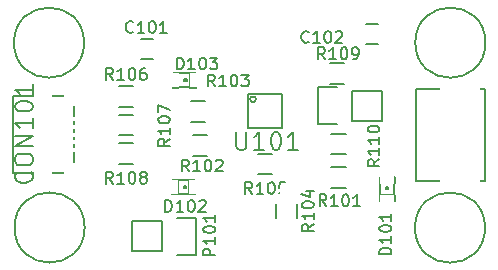
<source format=gto>
G04 #@! TF.FileFunction,Legend,Top*
%FSLAX46Y46*%
G04 Gerber Fmt 4.6, Leading zero omitted, Abs format (unit mm)*
G04 Created by KiCad (PCBNEW (2015-01-29 BZR 5396)-product) date 3/24/2015 8:40:59 PM*
%MOMM*%
G01*
G04 APERTURE LIST*
%ADD10C,0.100000*%
%ADD11C,0.150000*%
%ADD12R,1.500000X1.250000*%
%ADD13R,1.198880X1.198880*%
%ADD14R,2.032000X2.032000*%
%ADD15O,2.032000X2.032000*%
%ADD16R,2.600000X0.500000*%
%ADD17R,3.400000X1.500000*%
%ADD18R,1.500000X1.300000*%
%ADD19R,1.300000X1.500000*%
%ADD20R,0.950000X0.330000*%
%ADD21C,5.500000*%
%ADD22O,1.600000X1.600000*%
%ADD23R,1.350000X0.400000*%
%ADD24R,1.400000X1.600000*%
G04 APERTURE END LIST*
D10*
D11*
X89110000Y-77550000D02*
X90110000Y-77550000D01*
X90110000Y-75850000D02*
X89110000Y-75850000D01*
X109210000Y-74570000D02*
X108210000Y-74570000D01*
X108210000Y-76270000D02*
X109210000Y-76270000D01*
X93227840Y-88649720D02*
X93227840Y-88974840D01*
X93227840Y-88974840D02*
X93728220Y-88974840D01*
X93728220Y-88649720D02*
X93728220Y-88974840D01*
X93227840Y-88649720D02*
X93728220Y-88649720D01*
X93227840Y-88027420D02*
X93227840Y-88177280D01*
X93227840Y-88177280D02*
X93479300Y-88177280D01*
X93479300Y-88027420D02*
X93479300Y-88177280D01*
X93227840Y-88027420D02*
X93479300Y-88027420D01*
X93227840Y-88522720D02*
X93227840Y-88672580D01*
X93227840Y-88672580D02*
X93479300Y-88672580D01*
X93479300Y-88522720D02*
X93479300Y-88672580D01*
X93227840Y-88522720D02*
X93479300Y-88522720D01*
X93227840Y-88151880D02*
X93227840Y-88548120D01*
X93227840Y-88548120D02*
X93403100Y-88548120D01*
X93403100Y-88151880D02*
X93403100Y-88548120D01*
X93227840Y-88151880D02*
X93403100Y-88151880D01*
X91731780Y-88649720D02*
X91731780Y-88974840D01*
X91731780Y-88974840D02*
X92232160Y-88974840D01*
X92232160Y-88649720D02*
X92232160Y-88974840D01*
X91731780Y-88649720D02*
X92232160Y-88649720D01*
X91731780Y-87725160D02*
X91731780Y-88050280D01*
X91731780Y-88050280D02*
X92232160Y-88050280D01*
X92232160Y-87725160D02*
X92232160Y-88050280D01*
X91731780Y-87725160D02*
X92232160Y-87725160D01*
X91980700Y-88522720D02*
X91980700Y-88672580D01*
X91980700Y-88672580D02*
X92232160Y-88672580D01*
X92232160Y-88522720D02*
X92232160Y-88672580D01*
X91980700Y-88522720D02*
X92232160Y-88522720D01*
X91980700Y-88027420D02*
X91980700Y-88177280D01*
X91980700Y-88177280D02*
X92232160Y-88177280D01*
X92232160Y-88027420D02*
X92232160Y-88177280D01*
X91980700Y-88027420D02*
X92232160Y-88027420D01*
X92056900Y-88151880D02*
X92056900Y-88548120D01*
X92056900Y-88548120D02*
X92232160Y-88548120D01*
X92232160Y-88151880D02*
X92232160Y-88548120D01*
X92056900Y-88151880D02*
X92232160Y-88151880D01*
X92730000Y-88250940D02*
X92730000Y-88449060D01*
X92730000Y-88449060D02*
X92928120Y-88449060D01*
X92928120Y-88250940D02*
X92928120Y-88449060D01*
X92730000Y-88250940D02*
X92928120Y-88250940D01*
X93227840Y-87750560D02*
X93227840Y-88050280D01*
X93227840Y-88050280D02*
X93527560Y-88050280D01*
X93527560Y-87750560D02*
X93527560Y-88050280D01*
X93227840Y-87750560D02*
X93527560Y-87750560D01*
X93654560Y-87725160D02*
X93654560Y-87951220D01*
X93654560Y-87951220D02*
X93728220Y-87951220D01*
X93728220Y-87725160D02*
X93728220Y-87951220D01*
X93654560Y-87725160D02*
X93728220Y-87725160D01*
X93253240Y-88924040D02*
X92206760Y-88924040D01*
X92232160Y-87775960D02*
X93654560Y-87775960D01*
X93650202Y-87900420D02*
G75*
G03X93650202Y-87900420I-71842J0D01*
G01*
X93728220Y-88002020D02*
G75*
G03X93728220Y-88697980I0J-347980D01*
G01*
X91731780Y-88697980D02*
G75*
G03X91731780Y-88002020I0J347980D01*
G01*
X93287840Y-79619720D02*
X93287840Y-79944840D01*
X93287840Y-79944840D02*
X93788220Y-79944840D01*
X93788220Y-79619720D02*
X93788220Y-79944840D01*
X93287840Y-79619720D02*
X93788220Y-79619720D01*
X93287840Y-78997420D02*
X93287840Y-79147280D01*
X93287840Y-79147280D02*
X93539300Y-79147280D01*
X93539300Y-78997420D02*
X93539300Y-79147280D01*
X93287840Y-78997420D02*
X93539300Y-78997420D01*
X93287840Y-79492720D02*
X93287840Y-79642580D01*
X93287840Y-79642580D02*
X93539300Y-79642580D01*
X93539300Y-79492720D02*
X93539300Y-79642580D01*
X93287840Y-79492720D02*
X93539300Y-79492720D01*
X93287840Y-79121880D02*
X93287840Y-79518120D01*
X93287840Y-79518120D02*
X93463100Y-79518120D01*
X93463100Y-79121880D02*
X93463100Y-79518120D01*
X93287840Y-79121880D02*
X93463100Y-79121880D01*
X91791780Y-79619720D02*
X91791780Y-79944840D01*
X91791780Y-79944840D02*
X92292160Y-79944840D01*
X92292160Y-79619720D02*
X92292160Y-79944840D01*
X91791780Y-79619720D02*
X92292160Y-79619720D01*
X91791780Y-78695160D02*
X91791780Y-79020280D01*
X91791780Y-79020280D02*
X92292160Y-79020280D01*
X92292160Y-78695160D02*
X92292160Y-79020280D01*
X91791780Y-78695160D02*
X92292160Y-78695160D01*
X92040700Y-79492720D02*
X92040700Y-79642580D01*
X92040700Y-79642580D02*
X92292160Y-79642580D01*
X92292160Y-79492720D02*
X92292160Y-79642580D01*
X92040700Y-79492720D02*
X92292160Y-79492720D01*
X92040700Y-78997420D02*
X92040700Y-79147280D01*
X92040700Y-79147280D02*
X92292160Y-79147280D01*
X92292160Y-78997420D02*
X92292160Y-79147280D01*
X92040700Y-78997420D02*
X92292160Y-78997420D01*
X92116900Y-79121880D02*
X92116900Y-79518120D01*
X92116900Y-79518120D02*
X92292160Y-79518120D01*
X92292160Y-79121880D02*
X92292160Y-79518120D01*
X92116900Y-79121880D02*
X92292160Y-79121880D01*
X92790000Y-79220940D02*
X92790000Y-79419060D01*
X92790000Y-79419060D02*
X92988120Y-79419060D01*
X92988120Y-79220940D02*
X92988120Y-79419060D01*
X92790000Y-79220940D02*
X92988120Y-79220940D01*
X93287840Y-78720560D02*
X93287840Y-79020280D01*
X93287840Y-79020280D02*
X93587560Y-79020280D01*
X93587560Y-78720560D02*
X93587560Y-79020280D01*
X93287840Y-78720560D02*
X93587560Y-78720560D01*
X93714560Y-78695160D02*
X93714560Y-78921220D01*
X93714560Y-78921220D02*
X93788220Y-78921220D01*
X93788220Y-78695160D02*
X93788220Y-78921220D01*
X93714560Y-78695160D02*
X93788220Y-78695160D01*
X93313240Y-79894040D02*
X92266760Y-79894040D01*
X92292160Y-78745960D02*
X93714560Y-78745960D01*
X93710202Y-78870420D02*
G75*
G03X93710202Y-78870420I-71842J0D01*
G01*
X93788220Y-78972020D02*
G75*
G03X93788220Y-79667980I0J-347980D01*
G01*
X91791780Y-79667980D02*
G75*
G03X91791780Y-78972020I0J347980D01*
G01*
X90920000Y-93810000D02*
X88380000Y-93810000D01*
X93740000Y-94090000D02*
X92190000Y-94090000D01*
X90920000Y-93810000D02*
X90920000Y-91270000D01*
X92190000Y-90990000D02*
X93740000Y-90990000D01*
X93740000Y-90990000D02*
X93740000Y-94090000D01*
X90920000Y-91270000D02*
X88380000Y-91270000D01*
X88380000Y-91270000D02*
X88380000Y-93810000D01*
X112440000Y-87842500D02*
X112440000Y-80092500D01*
X112440000Y-80092500D02*
X118290000Y-80092500D01*
X118290000Y-80092500D02*
X118290000Y-87842500D01*
X118290000Y-87842500D02*
X112440000Y-87842500D01*
X106440000Y-88435000D02*
X105240000Y-88435000D01*
X105240000Y-86685000D02*
X106440000Y-86685000D01*
X93500000Y-83965000D02*
X94700000Y-83965000D01*
X94700000Y-85715000D02*
X93500000Y-85715000D01*
X93380000Y-81115000D02*
X94580000Y-81115000D01*
X94580000Y-82865000D02*
X93380000Y-82865000D01*
X102335000Y-89810000D02*
X102335000Y-91010000D01*
X100585000Y-91010000D02*
X100585000Y-89810000D01*
X99050000Y-85525000D02*
X100250000Y-85525000D01*
X100250000Y-87275000D02*
X99050000Y-87275000D01*
X87240000Y-79815000D02*
X88440000Y-79815000D01*
X88440000Y-81565000D02*
X87240000Y-81565000D01*
X87220000Y-82245000D02*
X88420000Y-82245000D01*
X88420000Y-83995000D02*
X87220000Y-83995000D01*
X87270000Y-84645000D02*
X88470000Y-84645000D01*
X88470000Y-86395000D02*
X87270000Y-86395000D01*
X98849131Y-80925000D02*
G75*
G03X98849131Y-80925000I-244131J0D01*
G01*
X98220000Y-80510000D02*
X98220000Y-83360000D01*
X98220000Y-83360000D02*
X101070000Y-83360000D01*
X101070000Y-83360000D02*
X101070000Y-80510000D01*
X101070000Y-80510000D02*
X98220000Y-80510000D01*
X110269720Y-88042160D02*
X110594840Y-88042160D01*
X110594840Y-88042160D02*
X110594840Y-87541780D01*
X110269720Y-87541780D02*
X110594840Y-87541780D01*
X110269720Y-88042160D02*
X110269720Y-87541780D01*
X109647420Y-88042160D02*
X109797280Y-88042160D01*
X109797280Y-88042160D02*
X109797280Y-87790700D01*
X109647420Y-87790700D02*
X109797280Y-87790700D01*
X109647420Y-88042160D02*
X109647420Y-87790700D01*
X110142720Y-88042160D02*
X110292580Y-88042160D01*
X110292580Y-88042160D02*
X110292580Y-87790700D01*
X110142720Y-87790700D02*
X110292580Y-87790700D01*
X110142720Y-88042160D02*
X110142720Y-87790700D01*
X109771880Y-88042160D02*
X110168120Y-88042160D01*
X110168120Y-88042160D02*
X110168120Y-87866900D01*
X109771880Y-87866900D02*
X110168120Y-87866900D01*
X109771880Y-88042160D02*
X109771880Y-87866900D01*
X110269720Y-89538220D02*
X110594840Y-89538220D01*
X110594840Y-89538220D02*
X110594840Y-89037840D01*
X110269720Y-89037840D02*
X110594840Y-89037840D01*
X110269720Y-89538220D02*
X110269720Y-89037840D01*
X109345160Y-89538220D02*
X109670280Y-89538220D01*
X109670280Y-89538220D02*
X109670280Y-89037840D01*
X109345160Y-89037840D02*
X109670280Y-89037840D01*
X109345160Y-89538220D02*
X109345160Y-89037840D01*
X110142720Y-89289300D02*
X110292580Y-89289300D01*
X110292580Y-89289300D02*
X110292580Y-89037840D01*
X110142720Y-89037840D02*
X110292580Y-89037840D01*
X110142720Y-89289300D02*
X110142720Y-89037840D01*
X109647420Y-89289300D02*
X109797280Y-89289300D01*
X109797280Y-89289300D02*
X109797280Y-89037840D01*
X109647420Y-89037840D02*
X109797280Y-89037840D01*
X109647420Y-89289300D02*
X109647420Y-89037840D01*
X109771880Y-89213100D02*
X110168120Y-89213100D01*
X110168120Y-89213100D02*
X110168120Y-89037840D01*
X109771880Y-89037840D02*
X110168120Y-89037840D01*
X109771880Y-89213100D02*
X109771880Y-89037840D01*
X109870940Y-88540000D02*
X110069060Y-88540000D01*
X110069060Y-88540000D02*
X110069060Y-88341880D01*
X109870940Y-88341880D02*
X110069060Y-88341880D01*
X109870940Y-88540000D02*
X109870940Y-88341880D01*
X109370560Y-88042160D02*
X109670280Y-88042160D01*
X109670280Y-88042160D02*
X109670280Y-87742440D01*
X109370560Y-87742440D02*
X109670280Y-87742440D01*
X109370560Y-88042160D02*
X109370560Y-87742440D01*
X109345160Y-87615440D02*
X109571220Y-87615440D01*
X109571220Y-87615440D02*
X109571220Y-87541780D01*
X109345160Y-87541780D02*
X109571220Y-87541780D01*
X109345160Y-87615440D02*
X109345160Y-87541780D01*
X110544040Y-88016760D02*
X110544040Y-89063240D01*
X109395960Y-89037840D02*
X109395960Y-87615440D01*
X109592262Y-87691640D02*
G75*
G03X109592262Y-87691640I-71842J0D01*
G01*
X109622020Y-87541780D02*
G75*
G03X110317980Y-87541780I347980J0D01*
G01*
X110317980Y-89538220D02*
G75*
G03X109622020Y-89538220I-347980J0D01*
G01*
X118284848Y-76135000D02*
G75*
G03X118284848Y-76135000I-2969848J0D01*
G01*
X118254848Y-91795000D02*
G75*
G03X118254848Y-91795000I-2969848J0D01*
G01*
X84304848Y-76135000D02*
G75*
G03X84304848Y-76135000I-2969848J0D01*
G01*
X84354848Y-91785000D02*
G75*
G03X84354848Y-91785000I-2969848J0D01*
G01*
X106300000Y-79615000D02*
X105100000Y-79615000D01*
X105100000Y-77865000D02*
X106300000Y-77865000D01*
X106440000Y-85585000D02*
X105240000Y-85585000D01*
X105240000Y-83835000D02*
X106440000Y-83835000D01*
X106960000Y-80190000D02*
X109500000Y-80190000D01*
X104140000Y-79910000D02*
X105690000Y-79910000D01*
X106960000Y-80190000D02*
X106960000Y-82730000D01*
X105690000Y-83010000D02*
X104140000Y-83010000D01*
X104140000Y-83010000D02*
X104140000Y-79910000D01*
X106960000Y-82730000D02*
X109500000Y-82730000D01*
X109500000Y-82730000D02*
X109500000Y-80190000D01*
X83465000Y-80690000D02*
X83465000Y-87140000D01*
X83465000Y-87140000D02*
X78265000Y-87140000D01*
X78265000Y-87140000D02*
X78265000Y-80690000D01*
X78265000Y-80690000D02*
X83465000Y-80690000D01*
X88450953Y-75227143D02*
X88403334Y-75274762D01*
X88260477Y-75322381D01*
X88165239Y-75322381D01*
X88022381Y-75274762D01*
X87927143Y-75179524D01*
X87879524Y-75084286D01*
X87831905Y-74893810D01*
X87831905Y-74750952D01*
X87879524Y-74560476D01*
X87927143Y-74465238D01*
X88022381Y-74370000D01*
X88165239Y-74322381D01*
X88260477Y-74322381D01*
X88403334Y-74370000D01*
X88450953Y-74417619D01*
X89403334Y-75322381D02*
X88831905Y-75322381D01*
X89117619Y-75322381D02*
X89117619Y-74322381D01*
X89022381Y-74465238D01*
X88927143Y-74560476D01*
X88831905Y-74608095D01*
X90022381Y-74322381D02*
X90117620Y-74322381D01*
X90212858Y-74370000D01*
X90260477Y-74417619D01*
X90308096Y-74512857D01*
X90355715Y-74703333D01*
X90355715Y-74941429D01*
X90308096Y-75131905D01*
X90260477Y-75227143D01*
X90212858Y-75274762D01*
X90117620Y-75322381D01*
X90022381Y-75322381D01*
X89927143Y-75274762D01*
X89879524Y-75227143D01*
X89831905Y-75131905D01*
X89784286Y-74941429D01*
X89784286Y-74703333D01*
X89831905Y-74512857D01*
X89879524Y-74417619D01*
X89927143Y-74370000D01*
X90022381Y-74322381D01*
X91308096Y-75322381D02*
X90736667Y-75322381D01*
X91022381Y-75322381D02*
X91022381Y-74322381D01*
X90927143Y-74465238D01*
X90831905Y-74560476D01*
X90736667Y-74608095D01*
X103320953Y-76057143D02*
X103273334Y-76104762D01*
X103130477Y-76152381D01*
X103035239Y-76152381D01*
X102892381Y-76104762D01*
X102797143Y-76009524D01*
X102749524Y-75914286D01*
X102701905Y-75723810D01*
X102701905Y-75580952D01*
X102749524Y-75390476D01*
X102797143Y-75295238D01*
X102892381Y-75200000D01*
X103035239Y-75152381D01*
X103130477Y-75152381D01*
X103273334Y-75200000D01*
X103320953Y-75247619D01*
X104273334Y-76152381D02*
X103701905Y-76152381D01*
X103987619Y-76152381D02*
X103987619Y-75152381D01*
X103892381Y-75295238D01*
X103797143Y-75390476D01*
X103701905Y-75438095D01*
X104892381Y-75152381D02*
X104987620Y-75152381D01*
X105082858Y-75200000D01*
X105130477Y-75247619D01*
X105178096Y-75342857D01*
X105225715Y-75533333D01*
X105225715Y-75771429D01*
X105178096Y-75961905D01*
X105130477Y-76057143D01*
X105082858Y-76104762D01*
X104987620Y-76152381D01*
X104892381Y-76152381D01*
X104797143Y-76104762D01*
X104749524Y-76057143D01*
X104701905Y-75961905D01*
X104654286Y-75771429D01*
X104654286Y-75533333D01*
X104701905Y-75342857D01*
X104749524Y-75247619D01*
X104797143Y-75200000D01*
X104892381Y-75152381D01*
X105606667Y-75247619D02*
X105654286Y-75200000D01*
X105749524Y-75152381D01*
X105987620Y-75152381D01*
X106082858Y-75200000D01*
X106130477Y-75247619D01*
X106178096Y-75342857D01*
X106178096Y-75438095D01*
X106130477Y-75580952D01*
X105559048Y-76152381D01*
X106178096Y-76152381D01*
X91179524Y-90452381D02*
X91179524Y-89452381D01*
X91417619Y-89452381D01*
X91560477Y-89500000D01*
X91655715Y-89595238D01*
X91703334Y-89690476D01*
X91750953Y-89880952D01*
X91750953Y-90023810D01*
X91703334Y-90214286D01*
X91655715Y-90309524D01*
X91560477Y-90404762D01*
X91417619Y-90452381D01*
X91179524Y-90452381D01*
X92703334Y-90452381D02*
X92131905Y-90452381D01*
X92417619Y-90452381D02*
X92417619Y-89452381D01*
X92322381Y-89595238D01*
X92227143Y-89690476D01*
X92131905Y-89738095D01*
X93322381Y-89452381D02*
X93417620Y-89452381D01*
X93512858Y-89500000D01*
X93560477Y-89547619D01*
X93608096Y-89642857D01*
X93655715Y-89833333D01*
X93655715Y-90071429D01*
X93608096Y-90261905D01*
X93560477Y-90357143D01*
X93512858Y-90404762D01*
X93417620Y-90452381D01*
X93322381Y-90452381D01*
X93227143Y-90404762D01*
X93179524Y-90357143D01*
X93131905Y-90261905D01*
X93084286Y-90071429D01*
X93084286Y-89833333D01*
X93131905Y-89642857D01*
X93179524Y-89547619D01*
X93227143Y-89500000D01*
X93322381Y-89452381D01*
X94036667Y-89547619D02*
X94084286Y-89500000D01*
X94179524Y-89452381D01*
X94417620Y-89452381D01*
X94512858Y-89500000D01*
X94560477Y-89547619D01*
X94608096Y-89642857D01*
X94608096Y-89738095D01*
X94560477Y-89880952D01*
X93989048Y-90452381D01*
X94608096Y-90452381D01*
X92159524Y-78402381D02*
X92159524Y-77402381D01*
X92397619Y-77402381D01*
X92540477Y-77450000D01*
X92635715Y-77545238D01*
X92683334Y-77640476D01*
X92730953Y-77830952D01*
X92730953Y-77973810D01*
X92683334Y-78164286D01*
X92635715Y-78259524D01*
X92540477Y-78354762D01*
X92397619Y-78402381D01*
X92159524Y-78402381D01*
X93683334Y-78402381D02*
X93111905Y-78402381D01*
X93397619Y-78402381D02*
X93397619Y-77402381D01*
X93302381Y-77545238D01*
X93207143Y-77640476D01*
X93111905Y-77688095D01*
X94302381Y-77402381D02*
X94397620Y-77402381D01*
X94492858Y-77450000D01*
X94540477Y-77497619D01*
X94588096Y-77592857D01*
X94635715Y-77783333D01*
X94635715Y-78021429D01*
X94588096Y-78211905D01*
X94540477Y-78307143D01*
X94492858Y-78354762D01*
X94397620Y-78402381D01*
X94302381Y-78402381D01*
X94207143Y-78354762D01*
X94159524Y-78307143D01*
X94111905Y-78211905D01*
X94064286Y-78021429D01*
X94064286Y-77783333D01*
X94111905Y-77592857D01*
X94159524Y-77497619D01*
X94207143Y-77450000D01*
X94302381Y-77402381D01*
X94969048Y-77402381D02*
X95588096Y-77402381D01*
X95254762Y-77783333D01*
X95397620Y-77783333D01*
X95492858Y-77830952D01*
X95540477Y-77878571D01*
X95588096Y-77973810D01*
X95588096Y-78211905D01*
X95540477Y-78307143D01*
X95492858Y-78354762D01*
X95397620Y-78402381D01*
X95111905Y-78402381D01*
X95016667Y-78354762D01*
X94969048Y-78307143D01*
X95402381Y-94150476D02*
X94402381Y-94150476D01*
X94402381Y-93769523D01*
X94450000Y-93674285D01*
X94497619Y-93626666D01*
X94592857Y-93579047D01*
X94735714Y-93579047D01*
X94830952Y-93626666D01*
X94878571Y-93674285D01*
X94926190Y-93769523D01*
X94926190Y-94150476D01*
X95402381Y-92626666D02*
X95402381Y-93198095D01*
X95402381Y-92912381D02*
X94402381Y-92912381D01*
X94545238Y-93007619D01*
X94640476Y-93102857D01*
X94688095Y-93198095D01*
X94402381Y-92007619D02*
X94402381Y-91912380D01*
X94450000Y-91817142D01*
X94497619Y-91769523D01*
X94592857Y-91721904D01*
X94783333Y-91674285D01*
X95021429Y-91674285D01*
X95211905Y-91721904D01*
X95307143Y-91769523D01*
X95354762Y-91817142D01*
X95402381Y-91912380D01*
X95402381Y-92007619D01*
X95354762Y-92102857D01*
X95307143Y-92150476D01*
X95211905Y-92198095D01*
X95021429Y-92245714D01*
X94783333Y-92245714D01*
X94592857Y-92198095D01*
X94497619Y-92150476D01*
X94450000Y-92102857D01*
X94402381Y-92007619D01*
X95402381Y-90721904D02*
X95402381Y-91293333D01*
X95402381Y-91007619D02*
X94402381Y-91007619D01*
X94545238Y-91102857D01*
X94640476Y-91198095D01*
X94688095Y-91293333D01*
X104810953Y-89972381D02*
X104477619Y-89496190D01*
X104239524Y-89972381D02*
X104239524Y-88972381D01*
X104620477Y-88972381D01*
X104715715Y-89020000D01*
X104763334Y-89067619D01*
X104810953Y-89162857D01*
X104810953Y-89305714D01*
X104763334Y-89400952D01*
X104715715Y-89448571D01*
X104620477Y-89496190D01*
X104239524Y-89496190D01*
X105763334Y-89972381D02*
X105191905Y-89972381D01*
X105477619Y-89972381D02*
X105477619Y-88972381D01*
X105382381Y-89115238D01*
X105287143Y-89210476D01*
X105191905Y-89258095D01*
X106382381Y-88972381D02*
X106477620Y-88972381D01*
X106572858Y-89020000D01*
X106620477Y-89067619D01*
X106668096Y-89162857D01*
X106715715Y-89353333D01*
X106715715Y-89591429D01*
X106668096Y-89781905D01*
X106620477Y-89877143D01*
X106572858Y-89924762D01*
X106477620Y-89972381D01*
X106382381Y-89972381D01*
X106287143Y-89924762D01*
X106239524Y-89877143D01*
X106191905Y-89781905D01*
X106144286Y-89591429D01*
X106144286Y-89353333D01*
X106191905Y-89162857D01*
X106239524Y-89067619D01*
X106287143Y-89020000D01*
X106382381Y-88972381D01*
X107668096Y-89972381D02*
X107096667Y-89972381D01*
X107382381Y-89972381D02*
X107382381Y-88972381D01*
X107287143Y-89115238D01*
X107191905Y-89210476D01*
X107096667Y-89258095D01*
X93180953Y-87042381D02*
X92847619Y-86566190D01*
X92609524Y-87042381D02*
X92609524Y-86042381D01*
X92990477Y-86042381D01*
X93085715Y-86090000D01*
X93133334Y-86137619D01*
X93180953Y-86232857D01*
X93180953Y-86375714D01*
X93133334Y-86470952D01*
X93085715Y-86518571D01*
X92990477Y-86566190D01*
X92609524Y-86566190D01*
X94133334Y-87042381D02*
X93561905Y-87042381D01*
X93847619Y-87042381D02*
X93847619Y-86042381D01*
X93752381Y-86185238D01*
X93657143Y-86280476D01*
X93561905Y-86328095D01*
X94752381Y-86042381D02*
X94847620Y-86042381D01*
X94942858Y-86090000D01*
X94990477Y-86137619D01*
X95038096Y-86232857D01*
X95085715Y-86423333D01*
X95085715Y-86661429D01*
X95038096Y-86851905D01*
X94990477Y-86947143D01*
X94942858Y-86994762D01*
X94847620Y-87042381D01*
X94752381Y-87042381D01*
X94657143Y-86994762D01*
X94609524Y-86947143D01*
X94561905Y-86851905D01*
X94514286Y-86661429D01*
X94514286Y-86423333D01*
X94561905Y-86232857D01*
X94609524Y-86137619D01*
X94657143Y-86090000D01*
X94752381Y-86042381D01*
X95466667Y-86137619D02*
X95514286Y-86090000D01*
X95609524Y-86042381D01*
X95847620Y-86042381D01*
X95942858Y-86090000D01*
X95990477Y-86137619D01*
X96038096Y-86232857D01*
X96038096Y-86328095D01*
X95990477Y-86470952D01*
X95419048Y-87042381D01*
X96038096Y-87042381D01*
X95380953Y-79832381D02*
X95047619Y-79356190D01*
X94809524Y-79832381D02*
X94809524Y-78832381D01*
X95190477Y-78832381D01*
X95285715Y-78880000D01*
X95333334Y-78927619D01*
X95380953Y-79022857D01*
X95380953Y-79165714D01*
X95333334Y-79260952D01*
X95285715Y-79308571D01*
X95190477Y-79356190D01*
X94809524Y-79356190D01*
X96333334Y-79832381D02*
X95761905Y-79832381D01*
X96047619Y-79832381D02*
X96047619Y-78832381D01*
X95952381Y-78975238D01*
X95857143Y-79070476D01*
X95761905Y-79118095D01*
X96952381Y-78832381D02*
X97047620Y-78832381D01*
X97142858Y-78880000D01*
X97190477Y-78927619D01*
X97238096Y-79022857D01*
X97285715Y-79213333D01*
X97285715Y-79451429D01*
X97238096Y-79641905D01*
X97190477Y-79737143D01*
X97142858Y-79784762D01*
X97047620Y-79832381D01*
X96952381Y-79832381D01*
X96857143Y-79784762D01*
X96809524Y-79737143D01*
X96761905Y-79641905D01*
X96714286Y-79451429D01*
X96714286Y-79213333D01*
X96761905Y-79022857D01*
X96809524Y-78927619D01*
X96857143Y-78880000D01*
X96952381Y-78832381D01*
X97619048Y-78832381D02*
X98238096Y-78832381D01*
X97904762Y-79213333D01*
X98047620Y-79213333D01*
X98142858Y-79260952D01*
X98190477Y-79308571D01*
X98238096Y-79403810D01*
X98238096Y-79641905D01*
X98190477Y-79737143D01*
X98142858Y-79784762D01*
X98047620Y-79832381D01*
X97761905Y-79832381D01*
X97666667Y-79784762D01*
X97619048Y-79737143D01*
X103742381Y-91489047D02*
X103266190Y-91822381D01*
X103742381Y-92060476D02*
X102742381Y-92060476D01*
X102742381Y-91679523D01*
X102790000Y-91584285D01*
X102837619Y-91536666D01*
X102932857Y-91489047D01*
X103075714Y-91489047D01*
X103170952Y-91536666D01*
X103218571Y-91584285D01*
X103266190Y-91679523D01*
X103266190Y-92060476D01*
X103742381Y-90536666D02*
X103742381Y-91108095D01*
X103742381Y-90822381D02*
X102742381Y-90822381D01*
X102885238Y-90917619D01*
X102980476Y-91012857D01*
X103028095Y-91108095D01*
X102742381Y-89917619D02*
X102742381Y-89822380D01*
X102790000Y-89727142D01*
X102837619Y-89679523D01*
X102932857Y-89631904D01*
X103123333Y-89584285D01*
X103361429Y-89584285D01*
X103551905Y-89631904D01*
X103647143Y-89679523D01*
X103694762Y-89727142D01*
X103742381Y-89822380D01*
X103742381Y-89917619D01*
X103694762Y-90012857D01*
X103647143Y-90060476D01*
X103551905Y-90108095D01*
X103361429Y-90155714D01*
X103123333Y-90155714D01*
X102932857Y-90108095D01*
X102837619Y-90060476D01*
X102790000Y-90012857D01*
X102742381Y-89917619D01*
X103075714Y-88727142D02*
X103742381Y-88727142D01*
X102694762Y-88965238D02*
X103409048Y-89203333D01*
X103409048Y-88584285D01*
X98530953Y-88952381D02*
X98197619Y-88476190D01*
X97959524Y-88952381D02*
X97959524Y-87952381D01*
X98340477Y-87952381D01*
X98435715Y-88000000D01*
X98483334Y-88047619D01*
X98530953Y-88142857D01*
X98530953Y-88285714D01*
X98483334Y-88380952D01*
X98435715Y-88428571D01*
X98340477Y-88476190D01*
X97959524Y-88476190D01*
X99483334Y-88952381D02*
X98911905Y-88952381D01*
X99197619Y-88952381D02*
X99197619Y-87952381D01*
X99102381Y-88095238D01*
X99007143Y-88190476D01*
X98911905Y-88238095D01*
X100102381Y-87952381D02*
X100197620Y-87952381D01*
X100292858Y-88000000D01*
X100340477Y-88047619D01*
X100388096Y-88142857D01*
X100435715Y-88333333D01*
X100435715Y-88571429D01*
X100388096Y-88761905D01*
X100340477Y-88857143D01*
X100292858Y-88904762D01*
X100197620Y-88952381D01*
X100102381Y-88952381D01*
X100007143Y-88904762D01*
X99959524Y-88857143D01*
X99911905Y-88761905D01*
X99864286Y-88571429D01*
X99864286Y-88333333D01*
X99911905Y-88142857D01*
X99959524Y-88047619D01*
X100007143Y-88000000D01*
X100102381Y-87952381D01*
X101340477Y-87952381D02*
X100864286Y-87952381D01*
X100816667Y-88428571D01*
X100864286Y-88380952D01*
X100959524Y-88333333D01*
X101197620Y-88333333D01*
X101292858Y-88380952D01*
X101340477Y-88428571D01*
X101388096Y-88523810D01*
X101388096Y-88761905D01*
X101340477Y-88857143D01*
X101292858Y-88904762D01*
X101197620Y-88952381D01*
X100959524Y-88952381D01*
X100864286Y-88904762D01*
X100816667Y-88857143D01*
X86740953Y-79282381D02*
X86407619Y-78806190D01*
X86169524Y-79282381D02*
X86169524Y-78282381D01*
X86550477Y-78282381D01*
X86645715Y-78330000D01*
X86693334Y-78377619D01*
X86740953Y-78472857D01*
X86740953Y-78615714D01*
X86693334Y-78710952D01*
X86645715Y-78758571D01*
X86550477Y-78806190D01*
X86169524Y-78806190D01*
X87693334Y-79282381D02*
X87121905Y-79282381D01*
X87407619Y-79282381D02*
X87407619Y-78282381D01*
X87312381Y-78425238D01*
X87217143Y-78520476D01*
X87121905Y-78568095D01*
X88312381Y-78282381D02*
X88407620Y-78282381D01*
X88502858Y-78330000D01*
X88550477Y-78377619D01*
X88598096Y-78472857D01*
X88645715Y-78663333D01*
X88645715Y-78901429D01*
X88598096Y-79091905D01*
X88550477Y-79187143D01*
X88502858Y-79234762D01*
X88407620Y-79282381D01*
X88312381Y-79282381D01*
X88217143Y-79234762D01*
X88169524Y-79187143D01*
X88121905Y-79091905D01*
X88074286Y-78901429D01*
X88074286Y-78663333D01*
X88121905Y-78472857D01*
X88169524Y-78377619D01*
X88217143Y-78330000D01*
X88312381Y-78282381D01*
X89502858Y-78282381D02*
X89312381Y-78282381D01*
X89217143Y-78330000D01*
X89169524Y-78377619D01*
X89074286Y-78520476D01*
X89026667Y-78710952D01*
X89026667Y-79091905D01*
X89074286Y-79187143D01*
X89121905Y-79234762D01*
X89217143Y-79282381D01*
X89407620Y-79282381D01*
X89502858Y-79234762D01*
X89550477Y-79187143D01*
X89598096Y-79091905D01*
X89598096Y-78853810D01*
X89550477Y-78758571D01*
X89502858Y-78710952D01*
X89407620Y-78663333D01*
X89217143Y-78663333D01*
X89121905Y-78710952D01*
X89074286Y-78758571D01*
X89026667Y-78853810D01*
X91567381Y-84284047D02*
X91091190Y-84617381D01*
X91567381Y-84855476D02*
X90567381Y-84855476D01*
X90567381Y-84474523D01*
X90615000Y-84379285D01*
X90662619Y-84331666D01*
X90757857Y-84284047D01*
X90900714Y-84284047D01*
X90995952Y-84331666D01*
X91043571Y-84379285D01*
X91091190Y-84474523D01*
X91091190Y-84855476D01*
X91567381Y-83331666D02*
X91567381Y-83903095D01*
X91567381Y-83617381D02*
X90567381Y-83617381D01*
X90710238Y-83712619D01*
X90805476Y-83807857D01*
X90853095Y-83903095D01*
X90567381Y-82712619D02*
X90567381Y-82617380D01*
X90615000Y-82522142D01*
X90662619Y-82474523D01*
X90757857Y-82426904D01*
X90948333Y-82379285D01*
X91186429Y-82379285D01*
X91376905Y-82426904D01*
X91472143Y-82474523D01*
X91519762Y-82522142D01*
X91567381Y-82617380D01*
X91567381Y-82712619D01*
X91519762Y-82807857D01*
X91472143Y-82855476D01*
X91376905Y-82903095D01*
X91186429Y-82950714D01*
X90948333Y-82950714D01*
X90757857Y-82903095D01*
X90662619Y-82855476D01*
X90615000Y-82807857D01*
X90567381Y-82712619D01*
X90567381Y-82045952D02*
X90567381Y-81379285D01*
X91567381Y-81807857D01*
X86750953Y-88072381D02*
X86417619Y-87596190D01*
X86179524Y-88072381D02*
X86179524Y-87072381D01*
X86560477Y-87072381D01*
X86655715Y-87120000D01*
X86703334Y-87167619D01*
X86750953Y-87262857D01*
X86750953Y-87405714D01*
X86703334Y-87500952D01*
X86655715Y-87548571D01*
X86560477Y-87596190D01*
X86179524Y-87596190D01*
X87703334Y-88072381D02*
X87131905Y-88072381D01*
X87417619Y-88072381D02*
X87417619Y-87072381D01*
X87322381Y-87215238D01*
X87227143Y-87310476D01*
X87131905Y-87358095D01*
X88322381Y-87072381D02*
X88417620Y-87072381D01*
X88512858Y-87120000D01*
X88560477Y-87167619D01*
X88608096Y-87262857D01*
X88655715Y-87453333D01*
X88655715Y-87691429D01*
X88608096Y-87881905D01*
X88560477Y-87977143D01*
X88512858Y-88024762D01*
X88417620Y-88072381D01*
X88322381Y-88072381D01*
X88227143Y-88024762D01*
X88179524Y-87977143D01*
X88131905Y-87881905D01*
X88084286Y-87691429D01*
X88084286Y-87453333D01*
X88131905Y-87262857D01*
X88179524Y-87167619D01*
X88227143Y-87120000D01*
X88322381Y-87072381D01*
X89227143Y-87500952D02*
X89131905Y-87453333D01*
X89084286Y-87405714D01*
X89036667Y-87310476D01*
X89036667Y-87262857D01*
X89084286Y-87167619D01*
X89131905Y-87120000D01*
X89227143Y-87072381D01*
X89417620Y-87072381D01*
X89512858Y-87120000D01*
X89560477Y-87167619D01*
X89608096Y-87262857D01*
X89608096Y-87310476D01*
X89560477Y-87405714D01*
X89512858Y-87453333D01*
X89417620Y-87500952D01*
X89227143Y-87500952D01*
X89131905Y-87548571D01*
X89084286Y-87596190D01*
X89036667Y-87691429D01*
X89036667Y-87881905D01*
X89084286Y-87977143D01*
X89131905Y-88024762D01*
X89227143Y-88072381D01*
X89417620Y-88072381D01*
X89512858Y-88024762D01*
X89560477Y-87977143D01*
X89608096Y-87881905D01*
X89608096Y-87691429D01*
X89560477Y-87596190D01*
X89512858Y-87548571D01*
X89417620Y-87500952D01*
X97193572Y-83693571D02*
X97193572Y-84907857D01*
X97265000Y-85050714D01*
X97336429Y-85122143D01*
X97479286Y-85193571D01*
X97765000Y-85193571D01*
X97907858Y-85122143D01*
X97979286Y-85050714D01*
X98050715Y-84907857D01*
X98050715Y-83693571D01*
X99550715Y-85193571D02*
X98693572Y-85193571D01*
X99122144Y-85193571D02*
X99122144Y-83693571D01*
X98979287Y-83907857D01*
X98836429Y-84050714D01*
X98693572Y-84122143D01*
X100479286Y-83693571D02*
X100622143Y-83693571D01*
X100765000Y-83765000D01*
X100836429Y-83836429D01*
X100907858Y-83979286D01*
X100979286Y-84265000D01*
X100979286Y-84622143D01*
X100907858Y-84907857D01*
X100836429Y-85050714D01*
X100765000Y-85122143D01*
X100622143Y-85193571D01*
X100479286Y-85193571D01*
X100336429Y-85122143D01*
X100265000Y-85050714D01*
X100193572Y-84907857D01*
X100122143Y-84622143D01*
X100122143Y-84265000D01*
X100193572Y-83979286D01*
X100265000Y-83836429D01*
X100336429Y-83765000D01*
X100479286Y-83693571D01*
X102407857Y-85193571D02*
X101550714Y-85193571D01*
X101979286Y-85193571D02*
X101979286Y-83693571D01*
X101836429Y-83907857D01*
X101693571Y-84050714D01*
X101550714Y-84122143D01*
X110312381Y-94060476D02*
X109312381Y-94060476D01*
X109312381Y-93822381D01*
X109360000Y-93679523D01*
X109455238Y-93584285D01*
X109550476Y-93536666D01*
X109740952Y-93489047D01*
X109883810Y-93489047D01*
X110074286Y-93536666D01*
X110169524Y-93584285D01*
X110264762Y-93679523D01*
X110312381Y-93822381D01*
X110312381Y-94060476D01*
X110312381Y-92536666D02*
X110312381Y-93108095D01*
X110312381Y-92822381D02*
X109312381Y-92822381D01*
X109455238Y-92917619D01*
X109550476Y-93012857D01*
X109598095Y-93108095D01*
X109312381Y-91917619D02*
X109312381Y-91822380D01*
X109360000Y-91727142D01*
X109407619Y-91679523D01*
X109502857Y-91631904D01*
X109693333Y-91584285D01*
X109931429Y-91584285D01*
X110121905Y-91631904D01*
X110217143Y-91679523D01*
X110264762Y-91727142D01*
X110312381Y-91822380D01*
X110312381Y-91917619D01*
X110264762Y-92012857D01*
X110217143Y-92060476D01*
X110121905Y-92108095D01*
X109931429Y-92155714D01*
X109693333Y-92155714D01*
X109502857Y-92108095D01*
X109407619Y-92060476D01*
X109360000Y-92012857D01*
X109312381Y-91917619D01*
X110312381Y-90631904D02*
X110312381Y-91203333D01*
X110312381Y-90917619D02*
X109312381Y-90917619D01*
X109455238Y-91012857D01*
X109550476Y-91108095D01*
X109598095Y-91203333D01*
X104690953Y-77542381D02*
X104357619Y-77066190D01*
X104119524Y-77542381D02*
X104119524Y-76542381D01*
X104500477Y-76542381D01*
X104595715Y-76590000D01*
X104643334Y-76637619D01*
X104690953Y-76732857D01*
X104690953Y-76875714D01*
X104643334Y-76970952D01*
X104595715Y-77018571D01*
X104500477Y-77066190D01*
X104119524Y-77066190D01*
X105643334Y-77542381D02*
X105071905Y-77542381D01*
X105357619Y-77542381D02*
X105357619Y-76542381D01*
X105262381Y-76685238D01*
X105167143Y-76780476D01*
X105071905Y-76828095D01*
X106262381Y-76542381D02*
X106357620Y-76542381D01*
X106452858Y-76590000D01*
X106500477Y-76637619D01*
X106548096Y-76732857D01*
X106595715Y-76923333D01*
X106595715Y-77161429D01*
X106548096Y-77351905D01*
X106500477Y-77447143D01*
X106452858Y-77494762D01*
X106357620Y-77542381D01*
X106262381Y-77542381D01*
X106167143Y-77494762D01*
X106119524Y-77447143D01*
X106071905Y-77351905D01*
X106024286Y-77161429D01*
X106024286Y-76923333D01*
X106071905Y-76732857D01*
X106119524Y-76637619D01*
X106167143Y-76590000D01*
X106262381Y-76542381D01*
X107071905Y-77542381D02*
X107262381Y-77542381D01*
X107357620Y-77494762D01*
X107405239Y-77447143D01*
X107500477Y-77304286D01*
X107548096Y-77113810D01*
X107548096Y-76732857D01*
X107500477Y-76637619D01*
X107452858Y-76590000D01*
X107357620Y-76542381D01*
X107167143Y-76542381D01*
X107071905Y-76590000D01*
X107024286Y-76637619D01*
X106976667Y-76732857D01*
X106976667Y-76970952D01*
X107024286Y-77066190D01*
X107071905Y-77113810D01*
X107167143Y-77161429D01*
X107357620Y-77161429D01*
X107452858Y-77113810D01*
X107500477Y-77066190D01*
X107548096Y-76970952D01*
X109302381Y-86009047D02*
X108826190Y-86342381D01*
X109302381Y-86580476D02*
X108302381Y-86580476D01*
X108302381Y-86199523D01*
X108350000Y-86104285D01*
X108397619Y-86056666D01*
X108492857Y-86009047D01*
X108635714Y-86009047D01*
X108730952Y-86056666D01*
X108778571Y-86104285D01*
X108826190Y-86199523D01*
X108826190Y-86580476D01*
X109302381Y-85056666D02*
X109302381Y-85628095D01*
X109302381Y-85342381D02*
X108302381Y-85342381D01*
X108445238Y-85437619D01*
X108540476Y-85532857D01*
X108588095Y-85628095D01*
X109302381Y-84104285D02*
X109302381Y-84675714D01*
X109302381Y-84390000D02*
X108302381Y-84390000D01*
X108445238Y-84485238D01*
X108540476Y-84580476D01*
X108588095Y-84675714D01*
X108302381Y-83485238D02*
X108302381Y-83389999D01*
X108350000Y-83294761D01*
X108397619Y-83247142D01*
X108492857Y-83199523D01*
X108683333Y-83151904D01*
X108921429Y-83151904D01*
X109111905Y-83199523D01*
X109207143Y-83247142D01*
X109254762Y-83294761D01*
X109302381Y-83389999D01*
X109302381Y-83485238D01*
X109254762Y-83580476D01*
X109207143Y-83628095D01*
X109111905Y-83675714D01*
X108921429Y-83723333D01*
X108683333Y-83723333D01*
X108492857Y-83675714D01*
X108397619Y-83628095D01*
X108350000Y-83580476D01*
X108302381Y-83485238D01*
X79800714Y-87104999D02*
X79872143Y-87176428D01*
X79943571Y-87390714D01*
X79943571Y-87533571D01*
X79872143Y-87747856D01*
X79729286Y-87890714D01*
X79586429Y-87962142D01*
X79300714Y-88033571D01*
X79086429Y-88033571D01*
X78800714Y-87962142D01*
X78657857Y-87890714D01*
X78515000Y-87747856D01*
X78443571Y-87533571D01*
X78443571Y-87390714D01*
X78515000Y-87176428D01*
X78586429Y-87104999D01*
X78443571Y-86176428D02*
X78443571Y-85890714D01*
X78515000Y-85747856D01*
X78657857Y-85604999D01*
X78943571Y-85533571D01*
X79443571Y-85533571D01*
X79729286Y-85604999D01*
X79872143Y-85747856D01*
X79943571Y-85890714D01*
X79943571Y-86176428D01*
X79872143Y-86319285D01*
X79729286Y-86462142D01*
X79443571Y-86533571D01*
X78943571Y-86533571D01*
X78657857Y-86462142D01*
X78515000Y-86319285D01*
X78443571Y-86176428D01*
X79943571Y-84890713D02*
X78443571Y-84890713D01*
X79943571Y-84033570D01*
X78443571Y-84033570D01*
X79943571Y-82533570D02*
X79943571Y-83390713D01*
X79943571Y-82962141D02*
X78443571Y-82962141D01*
X78657857Y-83104998D01*
X78800714Y-83247856D01*
X78872143Y-83390713D01*
X78443571Y-81604999D02*
X78443571Y-81462142D01*
X78515000Y-81319285D01*
X78586429Y-81247856D01*
X78729286Y-81176427D01*
X79015000Y-81104999D01*
X79372143Y-81104999D01*
X79657857Y-81176427D01*
X79800714Y-81247856D01*
X79872143Y-81319285D01*
X79943571Y-81462142D01*
X79943571Y-81604999D01*
X79872143Y-81747856D01*
X79800714Y-81819285D01*
X79657857Y-81890713D01*
X79372143Y-81962142D01*
X79015000Y-81962142D01*
X78729286Y-81890713D01*
X78586429Y-81819285D01*
X78515000Y-81747856D01*
X78443571Y-81604999D01*
X79943571Y-79676428D02*
X79943571Y-80533571D01*
X79943571Y-80104999D02*
X78443571Y-80104999D01*
X78657857Y-80247856D01*
X78800714Y-80390714D01*
X78872143Y-80533571D01*
%LPC*%
D12*
X90860000Y-76700000D03*
X88360000Y-76700000D03*
X107460000Y-75420000D03*
X109960000Y-75420000D03*
D13*
X91680980Y-88350000D03*
X93779020Y-88350000D03*
X91740980Y-79320000D03*
X93839020Y-79320000D03*
D14*
X92190000Y-92540000D03*
D15*
X89650000Y-92540000D03*
D16*
X111065000Y-84967500D03*
X111065000Y-82967500D03*
D17*
X116165000Y-87317500D03*
X116165000Y-80617500D03*
D18*
X104490000Y-87560000D03*
X107190000Y-87560000D03*
X95450000Y-84840000D03*
X92750000Y-84840000D03*
X95330000Y-81990000D03*
X92630000Y-81990000D03*
D19*
X101460000Y-91760000D03*
X101460000Y-89060000D03*
D18*
X101000000Y-86400000D03*
X98300000Y-86400000D03*
X89190000Y-80690000D03*
X86490000Y-80690000D03*
X89170000Y-83120000D03*
X86470000Y-83120000D03*
X89220000Y-85520000D03*
X86520000Y-85520000D03*
D20*
X97670000Y-80935000D03*
X97670000Y-81435000D03*
X97670000Y-81935000D03*
X97670000Y-82435000D03*
X97670000Y-82935000D03*
X101620000Y-82935000D03*
X101620000Y-82435000D03*
X101620000Y-81935000D03*
X101620000Y-81435000D03*
X101620000Y-80935000D03*
D13*
X109970000Y-89589020D03*
X109970000Y-87490980D03*
D21*
X115315000Y-76135000D03*
X115315000Y-91795000D03*
X81335000Y-76135000D03*
X81335000Y-91785000D03*
D18*
X104350000Y-78740000D03*
X107050000Y-78740000D03*
X104490000Y-84710000D03*
X107190000Y-84710000D03*
D14*
X105690000Y-81460000D03*
D15*
X108230000Y-81460000D03*
D22*
X80865000Y-87215000D03*
X80865000Y-80615000D03*
D23*
X83540000Y-85215000D03*
X83540000Y-84565000D03*
X83540000Y-83915000D03*
X83540000Y-83265000D03*
X83540000Y-82615000D03*
D24*
X83315000Y-80715000D03*
X83315000Y-87115000D03*
M02*

</source>
